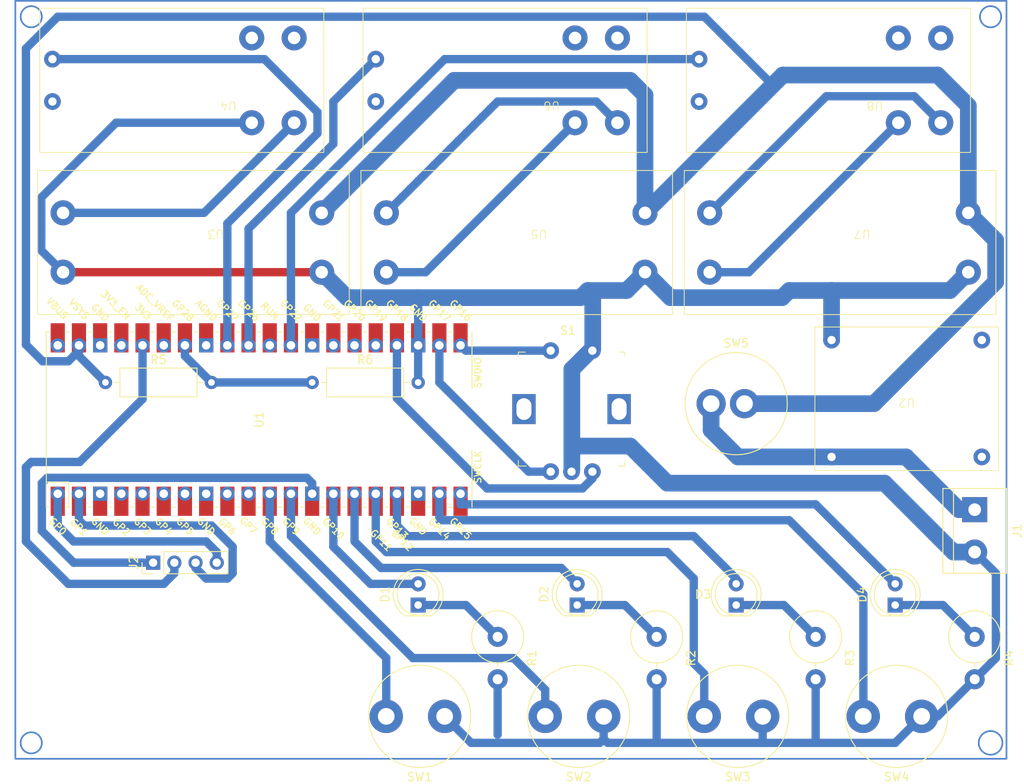
<source format=kicad_pcb>
(kicad_pcb (version 20221018) (generator pcbnew)
  (layers (0 "F.Cu" signal) (31 "B.Cu" signal) (34 "B.Paste" user) (35 "F.Paste" user) (36 "B.SilkS" user "B.Silkscreen") (37 "F.SilkS" user "F.Silkscreen") (38 "B.Mask" user) (39 "F.Mask" user) (44 "Edge.Cuts" user))
  (net 0 "")
  (net 1 "Net-(D1-K)")
  (net 2 "Net-(D2-K)")
  (net 3 "Net-(D3-K)")
  (net 4 "Net-(D4-K)")
  (net 5 "Net-(D4-A)")
  (net 6 "Net-(J1-Pin_1)")
  (net 7 "+BATT")
  (net 8 "GND")
  (net 10 "Net-(S1-CH_A)")
  (net 11 "Net-(S1-CH_B)")
  (net 12 "Net-(J2-Pin_4)")
  (net 13 "Net-(J2-Pin_3)")
  (net 14 "+3V3")
  (net 15 "Net-(U1-GPIO27_ADC1)")
  (net 25 "Net-(U1-GPIO26_ADC0)")
  (net 27 "Net-(U1-GPIO22)")
  (net 30 "Net-(U1-GPIO28_ADC2)")
  (net 36 "Net-(U3-Out+)")
  (net 40 "Net-(U5-Out-)")
  (net 41 "Net-(U5-Out+)")
  (net 45 "Net-(U7-Out-)")
  (net 46 "Net-(U7-Out+)")
  (net 51 "Net-(U1-GPIO16)")
  (net 54 "Net-(D1-A)")
  (net 55 "Net-(D2-A)")
  (net 56 "Net-(D3-A)")
  (net 57 "Net-(U1-GPIO8)")
  (net 58 "Net-(U1-GPIO12)")
  (net 59 "Net-(U1-GPIO14)")
  (net 61 "Net-(U1-GPIO9)")
  (net 62 "Net-(J2-Pin_1)")
  (footprint "MCU_RaspberryPi_and_Boards:RPi_Pico_SMD_TH" (layer "F.Cu") (at 114.3 68.58 90)
    (fp_text reference "U1" (at 0 0 90) (layer "F.SilkS"))
    (fp_text value "Pico")
    (fp_text user "GP22" (at 13.054 3.81 135) (layer "F.SilkS") (effects (font (size 0.8 0.8))))
    (fp_text user "GND" (at -12.8 6.35 135) (layer "F.SilkS") (effects (font (size 0.8 0.8))))
    (fp_text user "GP15" (at -13.054 24.13 135) (layer "F.SilkS") (effects (font (size 0.8 0.8))))
    (fp_text user "GP9" (at -12.8 3.81 135) (layer "F.SilkS") (effects (font (size 0.8 0.8))))
    (fp_text user "GP28" (at 13.054 -9.144 135) (layer "F.SilkS") (effects (font (size 0.8 0.8))))
    (fp_text user "3V3_EN" (at 13.7 -17.2 135) (layer "F.SilkS") (effects (font (size 0.8 0.8))))
    (fp_text user "VSYS" (at 13.2 -21.59 135) (layer "F.SilkS") (effects (font (size 0.8 0.8))))
    (fp_text user "GND" (at 12.8 -19.05 135) (layer "F.SilkS") (effects (font (size 0.8 0.8))))
    (fp_text user "GP14" (at -13.1 21.59 135) (layer "F.SilkS") (effects (font (size 0.8 0.8))))
    (fp_text user "GP16" (at 13.054 24.13 135) (layer "F.SilkS") (effects (font (size 0.8 0.8))))
    (fp_text user "GND" (at -12.8 19.05 135) (layer "F.SilkS") (effects (font (size 0.8 0.8))))
    (fp_text user "AGND" (at 13.054 -6.35 135) (layer "F.SilkS") (effects (font (size 0.8 0.8))))
    (fp_text user "GP7" (at -12.7 -1.3 135) (layer "F.SilkS") (effects (font (size 0.8 0.8))))
    (fp_text user "GP0" (at -12.8 -24.13 135) (layer "F.SilkS") (effects (font (size 0.8 0.8))))
    (fp_text user "SWCLK" (at -5.7 26.2 90) (layer "F.SilkS") (effects (font (size 0.8 0.8))))
    (fp_text user "GP21" (at 13.054 8.9 135) (layer "F.SilkS") (effects (font (size 0.8 0.8))))
    (fp_text user "SWDIO" (at 5.6 26.2 90) (layer "F.SilkS") (effects (font (size 0.8 0.8))))
    (fp_text user "GND" (at -12.8 -6.35 135) (layer "F.SilkS") (effects (font (size 0.8 0.8))))
    (fp_text user "GP6" (at -12.8 -3.81 135) (layer "F.SilkS") (effects (font (size 0.8 0.8))))
    (fp_text user "GP17" (at 13.054 21.59 135) (layer "F.SilkS") (effects (font (size 0.8 0.8))))
    (fp_text user "GP18" (at 13.054 16.51 135) (layer "F.SilkS") (effects (font (size 0.8 0.8))))
    (fp_text user "GP12" (at -14.47 17.145 135) (layer "F.SilkS") (effects (font (size 0.8 0.8))))
    (fp_text user "GP20" (at 13.054 11.43 135) (layer "F.SilkS") (effects (font (size 0.8 0.8))))
    (fp_text user "GP11" (at -14.47 14.605 135) (layer "F.SilkS") (effects (font (size 0.8 0.8))))
    (fp_text user "GP10" (at -13.054 8.89 135) (layer "F.SilkS") (effects (font (size 0.8 0.8))))
    (fp_text user "ADC_VREF" (at 14 -12.5 135) (layer "F.SilkS") (effects (font (size 0.8 0.8))))
    (fp_text user "GP4" (at -12.8 -11.43 135) (layer "F.SilkS") (effects (font (size 0.8 0.8))))
    (fp_text user "GP13" (at -13.054 16.51 135) (layer "F.SilkS") (effects (font (size 0.8 0.8))))
    (fp_text user "GP19" (at 13.054 13.97 135) (layer "F.SilkS") (effects (font (size 0.8 0.8))))
    (fp_text user "GP5" (at -12.8 -8.89 135) (layer "F.SilkS") (effects (font (size 0.8 0.8))))
    (fp_text user "GP2" (at -12.9 -16.51 135) (layer "F.SilkS") (effects (font (size 0.8 0.8))))
    (fp_text user "GP3" (at -12.8 -13.97 135) (layer "F.SilkS") (effects (font (size 0.8 0.8))))
    (fp_text user "GP27" (at 13.054 -3.8 135) (layer "F.SilkS") (effects (font (size 0.8 0.8))))
    (fp_text user "GND" (at 12.8 6.35 135) (layer "F.SilkS") (effects (font (size 0.8 0.8))))
    (fp_text user "VBUS" (at 13.3 -24.2 135) (layer "F.SilkS") (effects (font (size 0.8 0.8))))
    (fp_text user "GND" (at 12.8 19.05 135) (layer "F.SilkS") (effects (font (size 0.8 0.8))))
    (fp_text user "GP26" (at 13.054 -1.27 135) (layer "F.SilkS") (effects (font (size 0.8 0.8))))
    (fp_text user "GND" (at -12.8 -19.05 135) (layer "F.SilkS") (effects (font (size 0.8 0.8))))
    (fp_text user "RUN" (at 13 1.27 135) (layer "F.SilkS") (effects (font (size 0.8 0.8))))
    (fp_text user "GP1" (at -12.9 -21.6 135) (layer "F.SilkS") (effects (font (size 0.8 0.8))))
    (fp_text user "GP8" (at -12.8 1.27 135) (layer "F.SilkS") (effects (font (size 0.8 0.8))))
    (fp_text user "3V3" (at 12.9 -13.9 135) (layer "F.SilkS") (effects (font (size 0.8 0.8))))
    (pad "" np_thru_hole oval (at -2.725 -24 90) (size 1.8 1.8) (drill 1.8) (layers "*.Cu" "*.Mask"))
    (pad "" np_thru_hole oval (at -2.425 -20.97 90) (size 1.5 1.5) (drill 1.5) (layers "*.Cu" "*.Mask"))
    (pad "" np_thru_hole oval (at 2.425 -20.97 90) (size 1.5 1.5) (drill 1.5) (layers "*.Cu" "*.Mask"))
    (pad "" np_thru_hole oval (at 2.725 -24 90) (size 1.8 1.8) (drill 1.8) (layers "*.Cu" "*.Mask"))
    (pad "1" thru_hole oval (at -8.89 -24.13 90) (size 1.7 1.7) (drill 1.02) (layers "*.Cu" "*.Mask") (net 12 "Net-(J2-Pin_4)"))
    (pad "1" smd rect (at -8.89 -24.13 90) (size 3.5 1.7) (drill (offset -0.9 0)) (layers "F.Cu" "F.Mask") (net 12 "Net-(J2-Pin_4)"))
    (pad "2" thru_hole oval (at -8.89 -21.59 90) (size 1.7 1.7) (drill 1.02) (layers "*.Cu" "*.Mask") (net 13 "Net-(J2-Pin_3)"))
    (pad "2" smd rect (at -8.89 -21.59 90) (size 3.5 1.7) (drill (offset -0.9 0)) (layers "F.Cu" "F.Mask") (net 13 "Net-(J2-Pin_3)"))
    (pad "3" thru_hole rect (at -8.89 -19.05 90) (size 1.7 1.7) (drill 1.02) (layers "*.Cu" "*.Mask"))
    (pad "3" smd rect (at -8.89 -19.05 90) (size 3.5 1.7) (drill (offset -0.9 0)) (layers "F.Cu" "F.Mask"))
    (pad "4" thru_hole oval (at -8.89 -16.51 90) (size 1.7 1.7) (drill 1.02) (layers "*.Cu" "*.Mask"))
    (pad "4" smd rect (at -8.89 -16.51 90) (size 3.5 1.7) (drill (offset -0.9 0)) (layers "F.Cu" "F.Mask"))
    (pad "5" thru_hole oval (at -8.89 -13.97 90) (size 1.7 1.7) (drill 1.02) (layers "*.Cu" "*.Mask"))
    (pad "5" smd rect (at -8.89 -13.97 90) (size 3.5 1.7) (drill (offset -0.9 0)) (layers "F.Cu" "F.Mask"))
    (pad "6" thru_hole oval (at -8.89 -11.43 90) (size 1.7 1.7) (drill 1.02) (layers "*.Cu" "*.Mask"))
    (pad "6" smd rect (at -8.89 -11.43 90) (size 3.5 1.7) (drill (offset -0.9 0)) (layers "F.Cu" "F.Mask"))
    (pad "7" thru_hole oval (at -8.89 -8.89 90) (size 1.7 1.7) (drill 1.02) (layers "*.Cu" "*.Mask"))
    (pad "7" smd rect (at -8.89 -8.89 90) (size 3.5 1.7) (drill (offset -0.9 0)) (layers "F.Cu" "F.Mask"))
    (pad "8" thru_hole rect (at -8.89 -6.35 90) (size 1.7 1.7) (drill 1.02) (layers "*.Cu" "*.Mask"))
    (pad "8" smd rect (at -8.89 -6.35 90) (size 3.5 1.7) (drill (offset -0.9 0)) (layers "F.Cu" "F.Mask"))
    (pad "9" thru_hole oval (at -8.89 -3.81 90) (size 1.7 1.7) (drill 1.02) (layers "*.Cu" "*.Mask"))
    (pad "9" smd rect (at -8.89 -3.81 90) (size 3.5 1.7) (drill (offset -0.9 0)) (layers "F.Cu" "F.Mask"))
    (pad "10" thru_hole oval (at -8.89 -1.27 90) (size 1.7 1.7) (drill 1.02) (layers "*.Cu" "*.Mask"))
    (pad "10" smd rect (at -8.89 -1.27 90) (size 3.5 1.7) (drill (offset -0.9 0)) (layers "F.Cu" "F.Mask"))
    (pad "11" thru_hole oval (at -8.89 1.27 90) (size 1.7 1.7) (drill 1.02) (layers "*.Cu" "*.Mask") (net 57 "Net-(U1-GPIO8)"))
    (pad "11" smd rect (at -8.89 1.27 90) (size 3.5 1.7) (drill (offset -0.9 0)) (layers "F.Cu" "F.Mask") (net 57 "Net-(U1-GPIO8)"))
    (pad "12" thru_hole oval (at -8.89 3.81 90) (size 1.7 1.7) (drill 1.02) (layers "*.Cu" "*.Mask") (net 61 "Net-(U1-GPIO9)"))
    (pad "12" smd rect (at -8.89 3.81 90) (size 3.5 1.7) (drill (offset -0.9 0)) (layers "F.Cu" "F.Mask") (net 61 "Net-(U1-GPIO9)"))
    (pad "13" thru_hole rect (at -8.89 6.35 90) (size 1.7 1.7) (drill 1.02) (layers "*.Cu" "*.Mask") (net 62 "Net-(J2-Pin_1)"))
    (pad "13" smd rect (at -8.89 6.35 90) (size 3.5 1.7) (drill (offset -0.9 0)) (layers "F.Cu" "F.Mask") (net 62 "Net-(J2-Pin_1)"))
    (pad "14" thru_hole oval (at -8.89 8.89 90) (size 1.7 1.7) (drill 1.02) (layers "*.Cu" "*.Mask") (net 54 "Net-(D1-A)"))
    (pad "14" smd rect (at -8.89 8.89 90) (size 3.5 1.7) (drill (offset -0.9 0)) (layers "F.Cu" "F.Mask") (net 54 "Net-(D1-A)"))
    (pad "15" thru_hole oval (at -8.89 11.43 90) (size 1.7 1.7) (drill 1.02) (layers "*.Cu" "*.Mask") (net 55 "Net-(D2-A)"))
    (pad "15" smd rect (at -8.89 11.43 90) (size 3.5 1.7) (drill (offset -0.9 0)) (layers "F.Cu" "F.Mask") (net 55 "Net-(D2-A)"))
    (pad "16" thru_hole oval (at -8.89 13.97 90) (size 1.7 1.7) (drill 1.02) (layers "*.Cu" "*.Mask") (net 58 "Net-(U1-GPIO12)"))
    (pad "16" smd rect (at -8.89 13.97 90) (size 3.5 1.7) (drill (offset -0.9 0)) (layers "F.Cu" "F.Mask") (net 58 "Net-(U1-GPIO12)"))
    (pad "17" thru_hole oval (at -8.89 16.51 90) (size 1.7 1.7) (drill 1.02) (layers "*.Cu" "*.Mask") (net 56 "Net-(D3-A)"))
    (pad "17" smd rect (at -8.89 16.51 90) (size 3.5 1.7) (drill (offset -0.9 0)) (layers "F.Cu" "F.Mask") (net 56 "Net-(D3-A)"))
    (pad "18" thru_hole rect (at -8.89 19.05 90) (size 1.7 1.7) (drill 1.02) (layers "*.Cu" "*.Mask"))
    (pad "18" smd rect (at -8.89 19.05 90) (size 3.5 1.7) (drill (offset -0.9 0)) (layers "F.Cu" "F.Mask"))
    (pad "19" thru_hole oval (at -8.89 21.59 90) (size 1.7 1.7) (drill 1.02) (layers "*.Cu" "*.Mask") (net 59 "Net-(U1-GPIO14)"))
    (pad "19" smd rect (at -8.89 21.59 90) (size 3.5 1.7) (drill (offset -0.9 0)) (layers "F.Cu" "F.Mask") (net 59 "Net-(U1-GPIO14)"))
    (pad "20" thru_hole oval (at -8.89 24.13 90) (size 1.7 1.7) (drill 1.02) (layers "*.Cu" "*.Mask") (net 5 "Net-(D4-A)"))
    (pad "20" smd rect (at -8.89 24.13 90) (size 3.5 1.7) (drill (offset -0.9 0)) (layers "F.Cu" "F.Mask") (net 5 "Net-(D4-A)"))
    (pad "21" thru_hole oval (at 8.89 24.13 90) (size 1.7 1.7) (drill 1.02) (layers "*.Cu" "*.Mask") (net 51 "Net-(U1-GPIO16)"))
    (pad "21" smd rect (at 8.89 24.13 90) (size 3.5 1.7) (drill (offset 0.9 0)) (layers "F.Cu" "F.Mask") (net 51 "Net-(U1-GPIO16)"))
    (pad "22" thru_hole oval (at 8.89 21.59 90) (size 1.7 1.7) (drill 1.02) (layers "*.Cu" "*.Mask") (net 10 "Net-(S1-CH_A)"))
    (pad "22" smd rect (at 8.89 21.59 90) (size 3.5 1.7) (drill (offset 0.9 0)) (layers "F.Cu" "F.Mask") (net 10 "Net-(S1-CH_A)"))
    (pad "23" thru_hole rect (at 8.89 19.05 90) (size 1.7 1.7) (drill 1.02) (layers "*.Cu" "*.Mask") (net 8 "GND"))
    (pad "23" smd rect (at 8.89 19.05 90) (size 3.5 1.7) (drill (offset 0.9 0)) (layers "F.Cu" "F.Mask") (net 8 "GND"))
    (pad "24" thru_hole oval (at 8.89 16.51 90) (size 1.7 1.7) (drill 1.02) (layers "*.Cu" "*.Mask") (net 11 "Net-(S1-CH_B)"))
    (pad "24" smd rect (at 8.89 16.51 90) (size 3.5 1.7) (drill (offset 0.9 0)) (layers "F.Cu" "F.Mask") (net 11 "Net-(S1-CH_B)"))
    (pad "25" thru_hole oval (at 8.89 13.97 90) (size 1.7 1.7) (drill 1.02) (layers "*.Cu" "*.Mask"))
    (pad "25" smd rect (at 8.89 13.97 90) (size 3.5 1.7) (drill (offset 0.9 0)) (layers "F.Cu" "F.Mask"))
    (pad "26" thru_hole oval (at 8.89 11.43 90) (size 1.7 1.7) (drill 1.02) (layers "*.Cu" "*.Mask"))
    (pad "26" smd rect (at 8.89 11.43 90) (size 3.5 1.7) (drill (offset 0.9 0)) (layers "F.Cu" "F.Mask"))
    (pad "27" thru_hole oval (at 8.89 8.89 90) (size 1.7 1.7) (drill 1.02) (layers "*.Cu" "*.Mask"))
    (pad "27" smd rect (at 8.89 8.89 90) (size 3.5 1.7) (drill (offset 0.9 0)) (layers "F.Cu" "F.Mask"))
    (pad "28" thru_hole rect (at 8.89 6.35 90) (size 1.7 1.7) (drill 1.02) (layers "*.Cu" "*.Mask"))
    (pad "28" smd rect (at 8.89 6.35 90) (size 3.5 1.7) (drill (offset 0.9 0)) (layers "F.Cu" "F.Mask"))
    (pad "29" thru_hole oval (at 8.89 3.81 90) (size 1.7 1.7) (drill 1.02) (layers "*.Cu" "*.Mask") (net 27 "Net-(U1-GPIO22)"))
    (pad "29" smd rect (at 8.89 3.81 90) (size 3.5 1.7) (drill (offset 0.9 0)) (layers "F.Cu" "F.Mask") (net 27 "Net-(U1-GPIO22)"))
    (pad "30" thru_hole oval (at 8.89 1.27 90) (size 1.7 1.7) (drill 1.02) (layers "*.Cu" "*.Mask"))
    (pad "30" smd rect (at 8.89 1.27 90) (size 3.5 1.7) (drill (offset 0.9 0)) (layers "F.Cu" "F.Mask"))
    (pad "31" thru_hole oval (at 8.89 -1.27 90) (size 1.7 1.7) (drill 1.02) (layers "*.Cu" "*.Mask") (net 25 "Net-(U1-GPIO26_ADC0)"))
    (pad "31" smd rect (at 8.89 -1.27 90) (size 3.5 1.7) (drill (offset 0.9 0)) (layers "F.Cu" "F.Mask") (net 25 "Net-(U1-GPIO26_ADC0)"))
    (pad "32" thru_hole oval (at 8.89 -3.81 90) (size 1.7 1.7) (drill 1.02) (layers "*.Cu" "*.Mask") (net 15 "Net-(U1-GPIO27_ADC1)"))
    (pad "32" smd rect (at 8.89 -3.81 90) (size 3.5 1.7) (drill (offset 0.9 0)) (layers "F.Cu" "F.Mask") (net 15 "Net-(U1-GPIO27_ADC1)"))
    (pad "33" thru_hole rect (at 8.89 -6.35 90) (size 1.7 1.7) (drill 1.02) (layers "*.Cu" "*.Mask"))
    (pad "33" smd rect (at 8.89 -6.35 90) (size 3.5 1.7) (drill (offset 0.9 0)) (layers "F.Cu" "F.Mask"))
    (pad "34" thru_hole oval (at 8.89 -8.89 90) (size 1.7 1.7) (drill 1.02) (layers "*.Cu" "*.Mask") (net 30 "Net-(U1-GPIO28_ADC2)"))
    (pad "34" smd rect (at 8.89 -8.89 90) (size 3.5 1.7) (drill (offset 0.9 0)) (layers "F.Cu" "F.Mask") (net 30 "Net-(U1-GPIO28_ADC2)"))
    (pad "35" thru_hole oval (at 8.89 -11.43 90) (size 1.7 1.7) (drill 1.02) (layers "*.Cu" "*.Mask"))
    (pad "35" smd rect (at 8.89 -11.43 90) (size 3.5 1.7) (drill (offset 0.9 0)) (layers "F.Cu" "F.Mask"))
    (pad "36" thru_hole oval (at 8.89 -13.97 90) (size 1.7 1.7) (drill 1.02) (layers "*.Cu" "*.Mask") (net 14 "+3V3"))
    (pad "36" smd rect (at 8.89 -13.97 90) (size 3.5 1.7) (drill (offset 0.9 0)) (layers "F.Cu" "F.Mask") (net 14 "+3V3"))
    (pad "37" thru_hole oval (at 8.89 -16.51 90) (size 1.7 1.7) (drill 1.02) (layers "*.Cu" "*.Mask"))
    (pad "37" smd rect (at 8.89 -16.51 90) (size 3.5 1.7) (drill (offset 0.9 0)) (layers "F.Cu" "F.Mask"))
    (pad "38" thru_hole rect (at 8.89 -19.05 90) (size 1.7 1.7) (drill 1.02) (layers "*.Cu" "*.Mask"))
    (pad "38" smd rect (at 8.89 -19.05 90) (size 3.5 1.7) (drill (offset 0.9 0)) (layers "F.Cu" "F.Mask"))
    (pad "39" thru_hole oval (at 8.89 -21.59 90) (size 1.7 1.7) (drill 1.02) (layers "*.Cu" "*.Mask") (net 7 "+BATT"))
    (pad "39" smd rect (at 8.89 -21.59 90) (size 3.5 1.7) (drill (offset 0.9 0)) (layers "F.Cu" "F.Mask") (net 7 "+BATT"))
    (pad "40" thru_hole oval (at 8.89 -24.13 90) (size 1.7 1.7) (drill 1.02) (layers "*.Cu" "*.Mask"))
    (pad "40" smd rect (at 8.89 -24.13 90) (size 3.5 1.7) (drill (offset 0.9 0)) (layers "F.Cu" "F.Mask"))
  )
  (footprint "LED_THT:LED_D5.0mm" (layer "F.Cu") (at 171.45 90.805 90)
    (fp_text reference "D3" (at 1.27 -3.96 180) (layer "F.SilkS"))
    (fp_text value "LED3")
    (pad "1" thru_hole rect (at 0 0 90) (size 1.8 1.8) (drill 0.9) (layers "*.Cu" "*.Mask") (net 3 "Net-(D3-K)"))
    (pad "2" thru_hole circle (at 2.54 0 90) (size 1.8 1.8) (drill 0.9) (layers "*.Cu" "*.Mask") (net 56 "Net-(D3-A)"))
  )
  (footprint "Inductor_THT:L_Radial_D12.0mm_P6.00mm_MuRATA_1900R" (layer "F.Cu") (at 155.575 104.14 180)
    (fp_text reference "SW2" (at 3 -7.25) (layer "F.SilkS"))
    (fp_text value "BUTTON2")
    (pad "1" thru_hole circle (at 0 0 180) (size 4 4) (drill 2) (layers "*.Cu" "*.Mask") (net 8 "GND"))
    (pad "2" thru_hole circle (at 7 0 180) (size 4 4) (drill 2) (layers "*.Cu" "*.Mask") (net 61 "Net-(U1-GPIO9)"))
  )
  (footprint "Resistor_THT:R_Axial_DIN0617_L17.0mm_D6.0mm_P5.08mm_Vertical" (layer "F.Cu") (at 200.025 94.615 -90)
    (fp_text reference "R4" (at 2.54 -4.12 90) (layer "F.SilkS"))
    (fp_text value "R")
    (pad "1" thru_hole circle (at 0 0 270) (size 2.4 2.4) (drill 1.2) (layers "*.Cu" "*.Mask") (net 4 "Net-(D4-K)"))
    (pad "2" thru_hole oval (at 5.08 0 270) (size 2.4 2.4) (drill 1.2) (layers "*.Cu" "*.Mask") (net 8 "GND"))
  )
  (footprint "Connector_PinHeader_2.54mm:PinHeader_1x04_P2.54mm_Vertical" (layer "F.Cu") (at 101.6 85.725 90)
    (fp_text reference "J2" (at 0 -2.33 90) (layer "F.SilkS"))
    (fp_text value "Conn_01x04_Female")
    (pad "1" thru_hole rect (at 0 0 90) (size 1.7 1.7) (drill 1) (layers "*.Cu" "*.Mask") (net 62 "Net-(J2-Pin_1)"))
    (pad "2" thru_hole oval (at 0 2.54 90) (size 1.7 1.7) (drill 1) (layers "*.Cu" "*.Mask") (net 14 "+3V3"))
    (pad "3" thru_hole oval (at 0 5.08 90) (size 1.7 1.7) (drill 1) (layers "*.Cu" "*.Mask") (net 13 "Net-(J2-Pin_3)"))
    (pad "4" thru_hole oval (at 0 7.62 90) (size 1.7 1.7) (drill 1) (layers "*.Cu" "*.Mask") (net 12 "Net-(J2-Pin_4)"))
  )
  (footprint "Resistor_THT:R_Axial_DIN0617_L17.0mm_D6.0mm_P5.08mm_Vertical" (layer "F.Cu") (at 142.875 94.615 -90)
    (fp_text reference "R1" (at 2.54 -4.12 90) (layer "F.SilkS"))
    (fp_text value "R")
    (pad "1" thru_hole circle (at 0 0 270) (size 2.4 2.4) (drill 1.2) (layers "*.Cu" "*.Mask") (net 1 "Net-(D1-K)"))
    (pad "2" thru_hole oval (at 5.08 0 270) (size 2.4 2.4) (drill 1.2) (layers "*.Cu" "*.Mask") (net 8 "GND"))
  )
  (footprint "chinese_modules:charger" (layer "F.Cu") (at 191.88 66.055 180)
    (fp_text reference "U2" (at 0 -0.5 180 unlocked) (layer "F.SilkS") (effects (font (thickness 0.1))))
    (fp_text value "~")
    (pad "1" thru_hole circle (at -9 -7 180) (size 2 2) (drill 1) (layers "*.Cu" "*.Mask"))
    (pad "2" thru_hole circle (at -9 7 180) (size 2 2) (drill 1) (layers "*.Cu" "*.Mask"))
    (pad "3" thru_hole circle (at 9 -7 180) (size 2 2) (drill 1) (layers "*.Cu" "*.Mask") (net 6 "Net-(J1-Pin_1)"))
    (pad "4" thru_hole circle (at 9 7 180) (size 2 2) (drill 1) (layers "*.Cu" "*.Mask") (net 8 "GND"))
  )
  (footprint "digikey-footprints:Rotary_Encoder_Switched_PEC11R" (layer "F.Cu") (at 146.025 67.325)
    (fp_text reference "S1" (at 5.275 -9.4) (layer "F.SilkS"))
    (fp_text value "ENCODER")
    (pad "1" thru_hole circle (at 3.2 -7) (size 2 2) (drill 1) (layers "*.Cu" "*.Mask") (net 51 "Net-(U1-GPIO16)"))
    (pad "2" thru_hole circle (at 8.2 -7) (size 2 2) (drill 1) (layers "*.Cu" "*.Mask") (net 8 "GND"))
    (pad "3" thru_hole rect (at 0 0) (size 2.8 3.6) (drill oval 1.8 2.6) (layers "*.Cu" "*.Mask"))
    (pad "3" thru_hole rect (at 11.4 0) (size 2.8 3.6) (drill oval 1.8 2.6) (layers "*.Cu" "*.Mask"))
    (pad "A" thru_hole circle (at 3.2 7.5) (size 2 2) (drill 1) (layers "*.Cu" "*.Mask") (net 10 "Net-(S1-CH_A)"))
    (pad "B" thru_hole circle (at 8.2 7.5) (size 2 2) (drill 1) (layers "*.Cu" "*.Mask") (net 11 "Net-(S1-CH_B)"))
    (pad "C" thru_hole circle (at 5.7 7.5) (size 2 2) (drill 1) (layers "*.Cu" "*.Mask") (net 8 "GND"))
  )
  (footprint "chinese_modules:dc-dc module" (layer "F.Cu") (at 186.563 45.847 180)
    (fp_text reference "U7" (at 0 -0.5 180 unlocked) (layer "F.SilkS") (effects (font (thickness 0.1))))
    (fp_text value "~")
    (pad "1" thru_hole circle (at -12.7 -5.08 180) (size 3 3) (drill 1.5) (layers "*.Cu" "*.Mask") (net 8 "GND"))
    (pad "2" thru_hole circle (at -12.7 2.032 180) (size 3 3) (drill 1.5) (layers "*.Cu" "*.Mask") (net 7 "+BATT"))
    (pad "3" thru_hole circle (at 18.288 -5.08 180) (size 3 3) (drill 1.5) (layers "*.Cu" "*.Mask") (net 45 "Net-(U7-Out-)"))
    (pad "4" thru_hole circle (at 18.288 2.032 180) (size 3 3) (drill 1.5) (layers "*.Cu" "*.Mask") (net 46 "Net-(U7-Out+)"))
  )
  (footprint "Inductor_THT:L_Radial_D12.0mm_P6.00mm_MuRATA_1900R" (layer "F.Cu") (at 168.45 66.675)
    (fp_text reference "SW5" (at 3 -7.25) (layer "F.SilkS"))
    (fp_text value "POWER_SW")
    (pad "1" thru_hole circle (at 0 0) (size 3.5 3.5) (drill 2) (layers "*.Cu" "*.Mask") (net 6 "Net-(J1-Pin_1)"))
    (pad "2" thru_hole circle (at 4 0) (size 3.5 3.5) (drill 2) (layers "*.Cu" "*.Mask") (net 7 "+BATT"))
  )
  (footprint "chinese_modules:xy-mos" (layer "F.Cu") (at 199.517 19.304 180)
    (fp_text reference "U8" (at 11.43 -11.676 180 unlocked) (layer "F.SilkS") (effects (font (thickness 0.1))))
    (fp_text value "~")
    (pad "1" thru_hole circle (at 3.556 -13.716 180) (size 3 3) (drill 1.5) (layers "*.Cu" "*.Mask") (net 46 "Net-(U7-Out+)"))
    (pad "2" thru_hole circle (at 8.636 -13.716 180) (size 3 3) (drill 1.5) (layers "*.Cu" "*.Mask") (net 45 "Net-(U7-Out-)"))
    (pad "3" thru_hole circle (at 3.556 -3.556 180) (size 3 3) (drill 1.5) (layers "*.Cu" "*.Mask"))
    (pad "4" thru_hole circle (at 8.636 -3.556 180) (size 3 3) (drill 1.5) (layers "*.Cu" "*.Mask"))
    (pad "5" thru_hole circle (at 32.512 -11.176 180) (size 2 2) (drill 1) (layers "*.Cu" "*.Mask"))
    (pad "6" thru_hole circle (at 32.512 -6.096 180) (size 2 2) (drill 1) (layers "*.Cu" "*.Mask") (net 27 "Net-(U1-GPIO22)"))
  )
  (footprint "TerminalBlock:TerminalBlock_bornier-2_P5.08mm" (layer "F.Cu") (at 200.025 79.375 -90)
    (fp_text reference "J1" (at 2.54 -5.08 90) (layer "F.SilkS"))
    (fp_text value "BATTERY")
    (pad "1" thru_hole rect (at 0 0 270) (size 3 3) (drill 1.52) (layers "*.Cu" "*.Mask") (net 6 "Net-(J1-Pin_1)"))
    (pad "2" thru_hole circle (at 5.08 0 270) (size 3 3) (drill 1.52) (layers "*.Cu" "*.Mask") (net 8 "GND"))
  )
  (footprint "chinese_modules:xy-mos" (layer "F.Cu") (at 160.782 19.304 180)
    (fp_text reference "U6" (at 11.43 -11.676 180 unlocked) (layer "F.SilkS") (effects (font (thickness 0.1))))
    (fp_text value "~")
    (pad "1" thru_hole circle (at 3.556 -13.716 180) (size 3 3) (drill 1.5) (layers "*.Cu" "*.Mask") (net 41 "Net-(U5-Out+)"))
    (pad "2" thru_hole circle (at 8.636 -13.716 180) (size 3 3) (drill 1.5) (layers "*.Cu" "*.Mask") (net 40 "Net-(U5-Out-)"))
    (pad "3" thru_hole circle (at 3.556 -3.556 180) (size 3 3) (drill 1.5) (layers "*.Cu" "*.Mask"))
    (pad "4" thru_hole circle (at 8.636 -3.556 180) (size 3 3) (drill 1.5) (layers "*.Cu" "*.Mask"))
    (pad "5" thru_hole circle (at 32.512 -11.176 180) (size 2 2) (drill 1) (layers "*.Cu" "*.Mask"))
    (pad "6" thru_hole circle (at 32.512 -6.096 180) (size 2 2) (drill 1) (layers "*.Cu" "*.Mask") (net 25 "Net-(U1-GPIO26_ADC0)"))
  )
  (footprint "Inductor_THT:L_Radial_D12.0mm_P6.00mm_MuRATA_1900R" (layer "F.Cu") (at 136.525 104.14 180)
    (fp_text reference "SW1" (at 3 -7.25) (layer "F.SilkS"))
    (fp_text value "BUTTON1")
    (pad "1" thru_hole circle (at 0 0 180) (size 4 4) (drill 2) (layers "*.Cu" "*.Mask") (net 8 "GND"))
    (pad "2" thru_hole circle (at 7 0 180) (size 4 4) (drill 2) (layers "*.Cu" "*.Mask") (net 57 "Net-(U1-GPIO8)"))
  )
  (footprint "LED_THT:LED_D5.0mm" (layer "F.Cu") (at 133.35 90.805 90)
    (fp_text reference "D1" (at 1.27 -3.96 90) (layer "F.SilkS"))
    (fp_text value "LED1")
    (pad "1" thru_hole rect (at 0 0 90) (size 1.8 1.8) (drill 0.9) (layers "*.Cu" "*.Mask") (net 1 "Net-(D1-K)"))
    (pad "2" thru_hole circle (at 2.54 0 90) (size 1.8 1.8) (drill 0.9) (layers "*.Cu" "*.Mask") (net 54 "Net-(D1-A)"))
  )
  (footprint "LED_THT:LED_D5.0mm" (layer "F.Cu") (at 190.5 90.805 90)
    (fp_text reference "D4" (at 1.27 -3.96 90) (layer "F.SilkS"))
    (fp_text value "LED4")
    (pad "1" thru_hole rect (at 0 0 90) (size 1.8 1.8) (drill 0.9) (layers "*.Cu" "*.Mask") (net 4 "Net-(D4-K)"))
    (pad "2" thru_hole circle (at 2.54 0 90) (size 1.8 1.8) (drill 0.9) (layers "*.Cu" "*.Mask") (net 5 "Net-(D4-A)"))
  )
  (footprint "Resistor_THT:R_Axial_DIN0617_L17.0mm_D6.0mm_P5.08mm_Vertical" (layer "F.Cu") (at 180.975 94.615 -90)
    (fp_text reference "R3" (at 2.54 -4.12 90) (layer "F.SilkS"))
    (fp_text value "R")
    (pad "1" thru_hole circle (at 0 0 270) (size 2.4 2.4) (drill 1.2) (layers "*.Cu" "*.Mask") (net 3 "Net-(D3-K)"))
    (pad "2" thru_hole oval (at 5.08 0 270) (size 2.4 2.4) (drill 1.2) (layers "*.Cu" "*.Mask") (net 8 "GND"))
  )
  (footprint "Resistor_THT:R_Axial_DIN0309_L9.0mm_D3.2mm_P12.70mm_Horizontal" (layer "F.Cu") (at 120.65 64.135)
    (fp_text reference "R6" (at 6.35 -2.72) (layer "F.SilkS"))
    (fp_text value "R")
    (pad "1" thru_hole circle (at 0 0) (size 1.6 1.6) (drill 0.8) (layers "*.Cu" "*.Mask") (net 30 "Net-(U1-GPIO28_ADC2)"))
    (pad "2" thru_hole oval (at 12.7 0) (size 1.6 1.6) (drill 0.8) (layers "*.Cu" "*.Mask") (net 8 "GND"))
  )
  (footprint "LED_THT:LED_D5.0mm" (layer "F.Cu") (at 152.4 90.805 90)
    (fp_text reference "D2" (at 1.27 -3.96 90) (layer "F.SilkS"))
    (fp_text value "LED2")
    (pad "1" thru_hole rect (at 0 0 90) (size 1.8 1.8) (drill 0.9) (layers "*.Cu" "*.Mask") (net 2 "Net-(D2-K)"))
    (pad "2" thru_hole circle (at 2.54 0 90) (size 1.8 1.8) (drill 0.9) (layers "*.Cu" "*.Mask") (net 55 "Net-(D2-A)"))
  )
  (footprint "Inductor_THT:L_Radial_D12.0mm_P6.00mm_MuRATA_1900R" (layer "F.Cu") (at 174.625 104.14 180)
    (fp_text reference "SW3" (at 3 -7.25) (layer "F.SilkS"))
    (fp_text value "BUTTON3")
    (pad "1" thru_hole circle (at 0 0 180) (size 4 4) (drill 2) (layers "*.Cu" "*.Mask") (net 8 "GND"))
    (pad "2" thru_hole circle (at 7 0 180) (size 4 4) (drill 2) (layers "*.Cu" "*.Mask") (net 58 "Net-(U1-GPIO12)"))
  )
  (footprint "Resistor_THT:R_Axial_DIN0617_L17.0mm_D6.0mm_P5.08mm_Vertical" (layer "F.Cu") (at 161.925 94.615 -90)
    (fp_text reference "R2" (at 2.54 -4.12 90) (layer "F.SilkS"))
    (fp_text value "R")
    (pad "1" thru_hole circle (at 0 0 270) (size 2.4 2.4) (drill 1.2) (layers "*.Cu" "*.Mask") (net 2 "Net-(D2-K)"))
    (pad "2" thru_hole oval (at 5.08 0 270) (size 2.4 2.4) (drill 1.2) (layers "*.Cu" "*.Mask") (net 8 "GND"))
  )
  (footprint "chinese_modules:dc-dc module" (layer "F.Cu") (at 147.828 45.847 180)
    (fp_text reference "U5" (at 0 -0.5 180 unlocked) (layer "F.SilkS") (effects (font (thickness 0.1))))
    (fp_text value "~")
    (pad "1" thru_hole circle (at -12.7 -5.08 180) (size 3 3) (drill 1.5) (layers "*.Cu" "*.Mask") (net 8 "GND"))
    (pad "2" thru_hole circle (at -12.7 2.032 180) (size 3 3) (drill 1.5) (layers "*.Cu" "*.Mask") (net 7 "+BATT"))
    (pad "3" thru_hole circle (at 18.288 -5.08 180) (size 3 3) (drill 1.5) (layers "*.Cu" "*.Mask") (net 40 "Net-(U5-Out-)"))
    (pad "4" thru_hole circle (at 18.288 2.032 180) (size 3 3) (drill 1.5) (layers "*.Cu" "*.Mask") (net 41 "Net-(U5-Out+)"))
  )
  (footprint "chinese_modules:xy-mos" (layer "F.Cu") (at 122.047 19.304 180)
    (fp_text reference "U4" (at 11.43 -11.676 180 unlocked) (layer "F.SilkS") (effects (font (thickness 0.1))))
    (fp_text value "~")
    (pad "1" thru_hole circle (at 3.556 -13.716 180) (size 3 3) (drill 1.5) (layers "*.Cu" "*.Mask") (net 36 "Net-(U3-Out+)"))
    (pad "2" thru_hole circle (at 8.636 -13.716 180) (size 3 3) (drill 1.5) (layers "*.Cu" "*.Mask") (net 8 "GND"))
    (pad "3" thru_hole circle (at 3.556 -3.556 180) (size 3 3) (drill 1.5) (layers "*.Cu" "*.Mask"))
    (pad "4" thru_hole circle (at 8.636 -3.556 180) (size 3 3) (drill 1.5) (layers "*.Cu" "*.Mask"))
    (pad "5" thru_hole circle (at 32.512 -11.176 180) (size 2 2) (drill 1) (layers "*.Cu" "*.Mask"))
    (pad "6" thru_hole circle (at 32.512 -6.096 180) (size 2 2) (drill 1) (layers "*.Cu" "*.Mask") (net 15 "Net-(U1-GPIO27_ADC1)"))
  )
  (footprint "Inductor_THT:L_Radial_D12.0mm_P6.00mm_MuRATA_1900R" (layer "F.Cu") (at 193.675 104.14 180)
    (fp_text reference "SW4" (at 3 -7.25) (layer "F.SilkS"))
    (fp_text value "BUTTON4")
    (pad "1" thru_hole circle (at 0 0 180) (size 4 4) (drill 2) (layers "*.Cu" "*.Mask") (net 8 "GND"))
    (pad "2" thru_hole circle (at 7 0 180) (size 4 4) (drill 2) (layers "*.Cu" "*.Mask") (net 59 "Net-(U1-GPIO14)"))
  )
  (footprint "Resistor_THT:R_Axial_DIN0309_L9.0mm_D3.2mm_P12.70mm_Horizontal" (layer "F.Cu") (at 95.885 64.135)
    (fp_text reference "R5" (at 6.35 -2.72) (layer "F.SilkS"))
    (fp_text value "R")
    (pad "1" thru_hole circle (at 0 0) (size 1.6 1.6) (drill 0.8) (layers "*.Cu" "*.Mask") (net 7 "+BATT"))
    (pad "2" thru_hole oval (at 12.7 0) (size 1.6 1.6) (drill 0.8) (layers "*.Cu" "*.Mask") (net 30 "Net-(U1-GPIO28_ADC2)"))
  )
  (footprint "chinese_modules:dc-dc module" (layer "F.Cu") (at 109.093 45.847 180)
    (fp_text reference "U3" (at 0 -0.5 180 unlocked) (layer "F.SilkS") (effects (font (thickness 0.1))))
    (fp_text value "~")
    (pad "1" thru_hole circle (at -12.7 -5.08 180) (size 3 3) (drill 1.5) (layers "*.Cu" "*.Mask") (net 8 "GND"))
    (pad "2" thru_hole circle (at -12.7 2.032 180) (size 3 3) (drill 1.5) (layers "*.Cu" "*.Mask") (net 7 "+BATT"))
    (pad "3" thru_hole circle (at 18.288 -5.08 180) (size 3 3) (drill 1.5) (layers "*.Cu" "*.Mask") (net 8 "GND"))
    (pad "4" thru_hole circle (at 18.288 2.032 180) (size 3 3) (drill 1.5) (layers "*.Cu" "*.Mask") (net 36 "Net-(U3-Out+)"))
  )
  (gr_circle (center 86.995 107.315) (end 88.265 107.315) (stroke (width 0.2)) (fill none) (layer "B.Cu"))
  (gr_circle (center 201.93 20.32) (end 203.2 20.32) (stroke (width 0.2)) (fill none) (layer "B.Cu"))
  (gr_rect (start 85.09 18.415) (end 203.835 109.22) (stroke (width 0.2)) (fill none) (layer "B.Cu"))
  (gr_circle (center 201.93 107.315) (end 203.2 106.68) (stroke (width 0.2)) (fill none) (layer "B.Cu"))
  (gr_circle (center 86.995 20.32) (end 88.265 20.32) (stroke (width 0.2)) (fill none) (layer "B.Cu"))
  (segment (start 139.065 90.805) (end 142.875 94.615) (width 1) (layer "B.Cu") (net 1))
  (segment (start 133.35 90.805) (end 139.065 90.805) (width 1) (layer "B.Cu") (net 1))
  (segment (start 158.115 90.805) (end 161.925 94.615) (width 1) (layer "B.Cu") (net 2))
  (segment (start 152.4 90.805) (end 158.115 90.805) (width 1) (layer "B.Cu") (net 2))
  (segment (start 177.165 90.805) (end 180.975 94.615) (width 1) (layer "B.Cu") (net 3))
  (segment (start 171.45 90.805) (end 177.165 90.805) (width 1) (layer "B.Cu") (net 3))
  (segment (start 190.5 90.805) (end 196.215 90.805) (width 1) (layer "B.Cu") (net 4))
  (segment (start 196.215 90.805) (end 200.025 94.615) (width 1) (layer "B.Cu") (net 4))
  (segment (start 138.43 78.74) (end 138.43 77.47) (width 1) (layer "B.Cu") (net 5))
  (segment (start 190.5 88.265) (end 180.975 78.74) (width 1) (layer "B.Cu") (net 5))
  (segment (start 180.975 78.74) (end 138.43 78.74) (width 1) (layer "B.Cu") (net 5))
  (segment (start 168.45 66.675) (end 168.45 69.85) (width 2) (layer "B.Cu") (net 6))
  (segment (start 182.88 73.055) (end 191.8 73.055) (width 2) (layer "B.Cu") (net 6))
  (segment (start 171.655 73.055) (end 168.45 69.85) (width 2) (layer "B.Cu") (net 6))
  (segment (start 191.8 73.055) (end 198.12 79.375) (width 2) (layer "B.Cu") (net 6))
  (segment (start 182.88 73.055) (end 171.655 73.055) (width 2) (layer "B.Cu") (net 6))
  (segment (start 198.12 79.375) (end 200.025 79.375) (width 2) (layer "B.Cu") (net 6))
  (segment (start 199.263 30.988) (end 199.263 43.815) (width 2) (layer "B.Cu") (net 7))
  (segment (start 86.36 24.13) (end 90.17 20.32) (width 1) (layer "B.Cu") (net 7))
  (segment (start 86.36 59.605688) (end 86.36 24.13) (width 1) (layer "B.Cu") (net 7))
  (segment (start 121.793 43.815) (end 137.668 27.94) (width 2) (layer "B.Cu") (net 7))
  (segment (start 88.349312 61.595) (end 86.36 59.605688) (width 1) (layer "B.Cu") (net 7))
  (segment (start 160.528 29.718) (end 160.528 43.815) (width 2) (layer "B.Cu") (net 7))
  (segment (start 92.71 59.69) (end 92.71 60.325) (width 1) (layer "B.Cu") (net 7))
  (segment (start 177.038 27.305) (end 195.58 27.305) (width 2) (layer "B.Cu") (net 7))
  (segment (start 195.58 27.305) (end 199.263 30.988) (width 2) (layer "B.Cu") (net 7))
  (segment (start 158.75 27.94) (end 160.528 29.718) (width 2) (layer "B.Cu") (net 7))
  (segment (start 92.71 59.69) (end 92.71 60.96) (width 1) (layer "B.Cu") (net 7))
  (segment (start 199.263 43.815) (end 202.535 47.087) (width 2) (layer "B.Cu") (net 7))
  (segment (start 91.44 61.595) (end 88.349312 61.595) (width 1) (layer "B.Cu") (net 7))
  (segment (start 187.96 66.675) (end 172.45 66.675) (width 2) (layer "B.Cu") (net 7))
  (segment (start 90.17 20.32) (end 167.64 20.32) (width 1) (layer "B.Cu") (net 7))
  (segment (start 137.668 27.94) (end 158.75 27.94) (width 2) (layer "B.Cu") (net 7))
  (segment (start 202.535 52.1) (end 187.96 66.675) (width 2) (layer "B.Cu") (net 7))
  (segment (start 92.71 60.96) (end 95.885 64.135) (width 1) (layer "B.Cu") (net 7))
  (segment (start 167.64 20.32) (end 175.895 28.575) (width 1) (layer "B.Cu") (net 7))
  (segment (start 160.528 43.815) (end 177.038 27.305) (width 2) (layer "B.Cu") (net 7))
  (segment (start 202.535 47.087) (end 202.535 52.1) (width 2) (layer "B.Cu") (net 7))
  (segment (start 92.71 60.325) (end 91.44 61.595) (width 1) (layer "B.Cu") (net 7))
  (segment (start 90.805 50.927) (end 121.793 50.927) (width 1) (layer "F.Cu") (net 8))
  (segment (start 163.195 76.2) (end 189.23 76.2) (width 2) (layer "B.Cu") (net 8))
  (segment (start 154.265 60.06) (end 151.765 62.56) (width 2) (layer "B.Cu") (net 8))
  (segment (start 133.35 64.135) (end 133.35 59.69) (width 1) (layer "B.Cu") (net 8))
  (segment (start 202.565 86.995) (end 202.565 97.155) (width 1) (layer "B.Cu") (net 8))
  (segment (start 195.58 104.14) (end 200.025 99.695) (width 1) (layer "B.Cu") (net 8))
  (segment (start 154.265 60.06) (end 154.265 53.716877) (width 2) (layer "B.Cu") (net 8))
  (segment (start 174.625 104.14) (end 174.625 107.155) (width 1) (layer "B.Cu") (net 8))
  (segment (start 176.946877 53.975) (end 177.8 53.121877) (width 2) (layer "B.Cu") (net 8))
  (segment (start 142.875 99.695) (end 142.875 106.33) (width 1) (layer "B.Cu") (net 8))
  (segment (start 155.575 106.84) (end 156.05 107.315) (width 1) (layer "B.Cu") (net 8))
  (segment (start 160.528 50.927) (end 163.576 53.975) (width 2) (layer "B.Cu") (net 8))
  (segment (start 152.816877 53.975) (end 153.67 53.121877) (width 2) (layer "B.Cu") (net 8))
  (segment (start 156.05 107.315) (end 174.465 107.315) (width 1) (layer "B.Cu") (net 8))
  (segment (start 153.67 53.121877) (end 158.333123 53.121877) (width 2) (layer "B.Cu") (net 8))
  (segment (start 158.75 71.755) (end 163.195 76.2) (width 2) (layer "B.Cu") (net 8))
  (segment (start 88.195 41.98) (end 97.155 33.02) (width 1) (layer "B.Cu") (net 8))
  (segment (start 155.575 104.14) (end 155.575 106.84) (width 1) (layer "B.Cu") (net 8))
  (segment (start 202.565 97.155) (end 200.025 99.695) (width 1) (layer "B.Cu") (net 8))
  (segment (start 136.525 104.14) (end 139.7 107.315) (width 1) (layer "B.Cu") (net 8))
  (segment (start 190.5 107.315) (end 193.675 104.14) (width 1) (layer "B.Cu") (net 8))
  (segment (start 151.725 74.825) (end 151.725 72.43) (width 1) (layer "B.Cu") (net 8))
  (segment (start 90.805 50.927) (end 88.195 48.317) (width 1) (layer "B.Cu") (net 8))
  (segment (start 177.8 53.121877) (end 182.88 53.121877) (width 2) (layer "B.Cu") (net 8))
  (segment (start 121.793 50.927) (end 124.841 53.975) (width 2) (layer "B.Cu") (net 8))
  (segment (start 200.025 84.455) (end 202.565 86.995) (width 1) (layer "B.Cu") (net 8))
  (segment (start 154.265 53.716877) (end 153.67 53.121877) (width 2) (layer "B.Cu") (net 8))
  (segment (start 151.725 72.43) (end 152.4 71.755) (width 1) (layer "B.Cu") (net 8))
  (segment (start 189.23 76.2) (end 197.485 84.455) (width 2) (layer "B.Cu") (net 8))
  (segment (start 133.35 53.975) (end 152.816877 53.975) (width 2) (layer "B.Cu") (net 8))
  (segment (start 133.35 59.69) (end 133.35 53.975) (width 1) (layer "B.Cu") (net 8))
  (segment (start 161.925 99.695) (end 161.925 106.84) (width 1) (layer "B.Cu") (net 8))
  (segment (start 197.485 84.455) (end 200.025 84.455) (width 2) (layer "B.Cu") (net 8))
  (segment (start 88.195 48.317) (end 88.195 41.98) (width 1) (layer "B.Cu") (net 8))
  (segment (start 174.625 107.155) (end 174.465 107.315) (width 1) (layer "B.Cu") (net 8))
  (segment (start 182.88 53.121877) (end 182.88 59.055) (width 2) (layer "B.Cu") (net 8))
  (segment (start 124.841 53.975) (end 133.35 53.975) (width 2) (layer "B.Cu") (net 8))
  (segment (start 152.4 71.755) (end 158.75 71.755) (width 2) (layer "B.Cu") (net 8))
  (segment (start 151.765 62.56) (end 151.765 74.56) (width 2) (layer "B.Cu") (net 8))
  (segment (start 182.88 53.121877) (end 197.068123 53.121877) (width 2) (layer "B.Cu") (net 8))
  (segment (start 174.465 107.315) (end 190.5 107.315) (width 1) (layer "B.Cu") (net 8))
  (segment (start 139.7 107.315) (end 155.1 107.315) (width 1) (layer "B.Cu") (net 8))
  (segment (start 197.068123 53.121877) (end 199.263 50.927) (width 2) (layer "B.Cu") (net 8))
  (segment (start 155.1 107.315) (end 155.575 106.84) (width 1) (layer "B.Cu") (net 8))
  (segment (start 158.333123 53.121877) (end 160.528 50.927) (width 2) (layer "B.Cu") (net 8))
  (segment (start 163.576 53.975) (end 176.946877 53.975) (width 2) (layer "B.Cu") (net 8))
  (segment (start 97.155 33.02) (end 113.411 33.02) (width 1) (layer "B.Cu") (net 8))
  (segment (start 180.975 99.695) (end 180.975 106.84) (width 1) (layer "B.Cu") (net 8))
  (segment (start 193.675 104.14) (end 195.58 104.14) (width 1) (layer "B.Cu") (net 8))
  (segment (start 146.58 74.825) (end 149.225 74.825) (width 1) (layer "B.Cu") (net 10))
  (segment (start 135.89 64.135) (end 146.58 74.825) (width 1) (layer "B.Cu") (net 10))
  (segment (start 135.89 59.69) (end 135.89 64.135) (width 1) (layer "B.Cu") (net 10))
  (segment (start 141.605 76.835) (end 153.035 76.835) (width 1) (layer "B.Cu") (net 11))
  (segment (start 130.81 66.04) (end 141.605 76.835) (width 1) (layer "B.Cu") (net 11))
  (segment (start 130.81 59.69) (end 130.81 66.04) (width 1) (layer "B.Cu") (net 11))
  (segment (start 153.035 76.835) (end 154.225 75.645) (width 1) (layer "B.Cu") (net 11))
  (segment (start 154.225 75.645) (end 154.225 74.825) (width 1) (layer "B.Cu") (net 11))
  (segment (start 107.95 83.185) (end 109.22 84.455) (width 1) (layer "B.Cu") (net 12))
  (segment (start 109.22 84.455) (end 109.22 85.725) (width 1) (layer "B.Cu") (net 12))
  (segment (start 90.17 77.47) (end 90.17 81.28) (width 1) (layer "B.Cu") (net 12))
  (segment (start 92.075 83.185) (end 107.95 83.185) (width 1) (layer "B.Cu") (net 12))
  (segment (start 90.17 81.28) (end 92.075 83.185) (width 1) (layer "B.Cu") (net 12))
  (segment (start 111.125 83.82) (end 108.585 81.28) (width 1) (layer "B.Cu") (net 13))
  (segment (start 108.585 81.28) (end 93.345 81.28) (width 1) (layer "B.Cu") (net 13))
  (segment (start 111.125 86.995) (end 111.125 83.82) (width 1) (layer "B.Cu") (net 13))
  (segment (start 106.68 85.725) (end 106.68 86.36) (width 1) (layer "B.Cu") (net 13))
  (segment (start 106.68 86.36) (end 107.95 87.63) (width 1) (layer "B.Cu") (net 13))
  (segment (start 110.49 87.63) (end 111.125 86.995) (width 1) (layer "B.Cu") (net 13))
  (segment (start 92.71 80.645) (end 92.71 77.47) (width 1) (layer "B.Cu") (net 13))
  (segment (start 93.345 81.28) (end 92.71 80.645) (width 1) (layer "B.Cu") (net 13))
  (segment (start 107.95 87.63) (end 110.49 87.63) (width 1) (layer "B.Cu") (net 13))
  (segment (start 86.36 83.185) (end 86.36 74.295) (width 1) (layer "B.Cu") (net 14))
  (segment (start 92.79632 73.66) (end 100.33 66.12632) (width 1) (layer "B.Cu") (net 14))
  (segment (start 91.44 88.265) (end 86.36 83.185) (width 1) (layer "B.Cu") (net 14))
  (segment (start 104.14 85.725) (end 104.14 86.995) (width 1) (layer "B.Cu") (net 14))
  (segment (start 104.14 86.995) (end 102.87 88.265) (width 1) (layer "B.Cu") (net 14))
  (segment (start 100.33 66.12632) (end 100.33 59.69) (width 1) (layer "B.Cu") (net 14))
  (segment (start 102.87 88.265) (end 91.44 88.265) (width 1) (layer "B.Cu") (net 14))
  (segment (start 86.995 73.66) (end 92.79632 73.66) (width 1) (layer "B.Cu") (net 14))
  (segment (start 86.36 74.295) (end 86.995 73.66) (width 1) (layer "B.Cu") (net 14))
  (segment (start 121.285 31.75) (end 121.285 34.29) (width 1) (layer "B.Cu") (net 15))
  (segment (start 114.935 25.4) (end 121.285 31.75) (width 1) (layer "B.Cu") (net 15))
  (segment (start 121.285 34.29) (end 110.49 45.085) (width 1) (layer "B.Cu") (net 15))
  (segment (start 89.535 25.4) (end 114.935 25.4) (width 1) (layer "B.Cu") (net 15))
  (segment (start 110.49 45.085) (end 110.49 59.69) (width 1) (layer "B.Cu") (net 15))
  (segment (start 113.03 45.72) (end 123.19 35.56) (width 1) (layer "B.Cu") (net 25))
  (segment (start 123.19 35.56) (end 123.19 30.48) (width 1) (layer "B.Cu") (net 25))
  (segment (start 113.03 59.69) (end 113.03 45.72) (width 1) (layer "B.Cu") (net 25))
  (segment (start 123.19 30.48) (end 128.27 25.4) (width 1) (layer "B.Cu") (net 25))
  (segment (start 167.005 25.4) (end 136.525 25.4) (width 1) (layer "B.Cu") (net 27))
  (segment (start 118.11 43.815) (end 118.11 59.69) (width 1) (layer "B.Cu") (net 27))
  (segment (start 136.525 25.4) (end 118.11 43.815) (width 1) (layer "B.Cu") (net 27))
  (segment (start 108.585 64.135) (end 105.41 60.96) (width 1) (layer "B.Cu") (net 30))
  (segment (start 108.585 64.135) (end 120.65 64.135) (width 1) (layer "B.Cu") (net 30))
  (segment (start 105.41 60.96) (end 105.41 59.69) (width 1) (layer "B.Cu") (net 30))
  (segment (start 107.696 43.815) (end 118.491 33.02) (width 1) (layer "B.Cu") (net 36))
  (segment (start 90.805 43.815) (end 107.696 43.815) (width 1) (layer "B.Cu") (net 36))
  (segment (start 129.54 50.927) (end 134.239 50.927) (width 1) (layer "B.Cu") (net 40))
  (segment (start 134.239 50.927) (end 152.146 33.02) (width 1) (layer "B.Cu") (net 40))
  (segment (start 129.54 43.815) (end 142.875 30.48) (width 1) (layer "B.Cu") (net 41))
  (segment (start 154.686 30.48) (end 157.226 33.02) (width 1) (layer "B.Cu") (net 41))
  (segment (start 142.875 30.48) (end 154.686 30.48) (width 1) (layer "B.Cu") (net 41))
  (segment (start 172.974 50.927) (end 190.881 33.02) (width 1) (layer "B.Cu") (net 45))
  (segment (start 168.275 50.927) (end 172.974 50.927) (width 1) (layer "B.Cu") (net 45))
  (segment (start 192.786 29.845) (end 195.961 33.02) (width 1) (layer "B.Cu") (net 46))
  (segment (start 182.245 29.845) (end 192.786 29.845) (width 1) (layer "B.Cu") (net 46))
  (segment (start 168.275 43.815) (end 182.245 29.845) (width 1) (layer "B.Cu") (net 46))
  (segment (start 139.065 60.325) (end 138.43 59.69) (width 1) (layer "B.Cu") (net 51))
  (segment (start 149.225 60.325) (end 139.065 60.325) (width 1) (layer "B.Cu") (net 51))
  (segment (start 123.19 83.82) (end 123.19 77.47) (width 1) (layer "B.Cu") (net 54))
  (segment (start 127.635 88.265) (end 123.19 83.82) (width 1) (layer "B.Cu") (net 54))
  (segment (start 133.35 88.265) (end 127.635 88.265) (width 1) (layer "B.Cu") (net 54))
  (segment (start 152.4 88.265) (end 150.495 86.36) (width 1) (layer "B.Cu") (net 55))
  (segment (start 125.73 83.185) (end 125.73 77.47) (width 1) (layer "B.Cu") (net 55))
  (segment (start 150.495 86.36) (end 128.905 86.36) (width 1) (layer "B.Cu") (net 55))
  (segment (start 128.905 86.36) (end 125.73 83.185) (width 1) (layer "B.Cu") (net 55))
  (segment (start 130.81 81.28) (end 130.81 77.47) (width 1) (layer "B.Cu") (net 56))
  (segment (start 166.37 82.55) (end 132.08 82.55) (width 1) (layer "B.Cu") (net 56))
  (segment (start 132.08 82.55) (end 130.81 81.28) (width 1) (layer "B.Cu") (net 56))
  (segment (start 171.45 87.63) (end 166.37 82.55) (width 1) (layer "B.Cu") (net 56))
  (segment (start 171.45 88.265) (end 171.45 87.63) (width 1) (layer "B.Cu") (net 56))
  (segment (start 115.57 77.47) (end 115.57 83.185) (width 1) (layer "B.Cu") (net 57))
  (segment (start 129.525 97.14) (end 129.525 104.14) (width 1) (layer "B.Cu") (net 57))
  (segment (start 115.57 83.185) (end 129.525 97.14) (width 1) (layer "B.Cu") (net 57))
  (segment (start 129.54 84.455) (end 128.27 83.185) (width 1) (layer "B.Cu") (net 58))
  (segment (start 167.625 103.505) (end 167.625 99.045) (width 1) (layer "B.Cu") (net 58))
  (segment (start 167.625 99.045) (end 166.37 97.79) (width 1) (layer "B.Cu") (net 58))
  (segment (start 166.37 97.79) (end 166.37 87.63) (width 1) (layer "B.Cu") (net 58))
  (segment (start 166.37 87.63) (end 163.195 84.455) (width 1) (layer "B.Cu") (net 58))
  (segment (start 128.27 83.185) (end 128.27 77.47) (width 1) (layer "B.Cu") (net 58))
  (segment (start 163.195 84.455) (end 129.54 84.455) (width 1) (layer "B.Cu") (net 58))
  (segment (start 186.69 89.535) (end 177.8 80.645) (width 1) (layer "B.Cu") (net 59))
  (segment (start 186.675 104.14) (end 186.69 104.125) (width 1) (layer "B.Cu") (net 59))
  (segment (start 177.8 80.645) (end 135.89 80.645) (width 1) (layer "B.Cu") (net 59))
  (segment (start 186.69 104.125) (end 186.69 89.535) (width 1) (layer "B.Cu") (net 59))
  (segment (start 135.89 80.645) (end 135.89 77.47) (width 1) (layer "B.Cu") (net 59))
  (segment (start 118.11 82.55) (end 132.715 97.155) (width 1) (layer "B.Cu") (net 61))
  (segment (start 132.715 97.155) (end 144.78 97.155) (width 1) (layer "B.Cu") (net 61))
  (segment (start 144.78 97.155) (end 148.575 100.95) (width 1) (layer "B.Cu") (net 61))
  (segment (start 148.575 100.95) (end 148.575 104.14) (width 1) (layer "B.Cu") (net 61))
  (segment (start 118.11 77.47) (end 118.11 82.55) (width 1) (layer "B.Cu") (net 61))
  (segment (start 101.6 85.725) (end 92.075 85.725) (width 1) (layer "B.Cu") (net 62))
  (segment (start 88.265 76.2) (end 88.9 75.565) (width 1) (layer "B.Cu") (net 62))
  (segment (start 92.075 85.725) (end 88.265 81.915) (width 1) (layer "B.Cu") (net 62))
  (segment (start 120.65 76.2) (end 120.65 77.47) (width 1) (layer "B.Cu") (net 62))
  (segment (start 88.265 81.915) (end 88.265 76.2) (width 1) (layer "B.Cu") (net 62))
  (segment (start 88.9 75.565) (end 120.015 75.565) (width 1) (layer "B.Cu") (net 62))
  (segment (start 120.015 75.565) (end 120.65 76.2) (width 1) (layer "B.Cu") (net 62))
)
</source>
